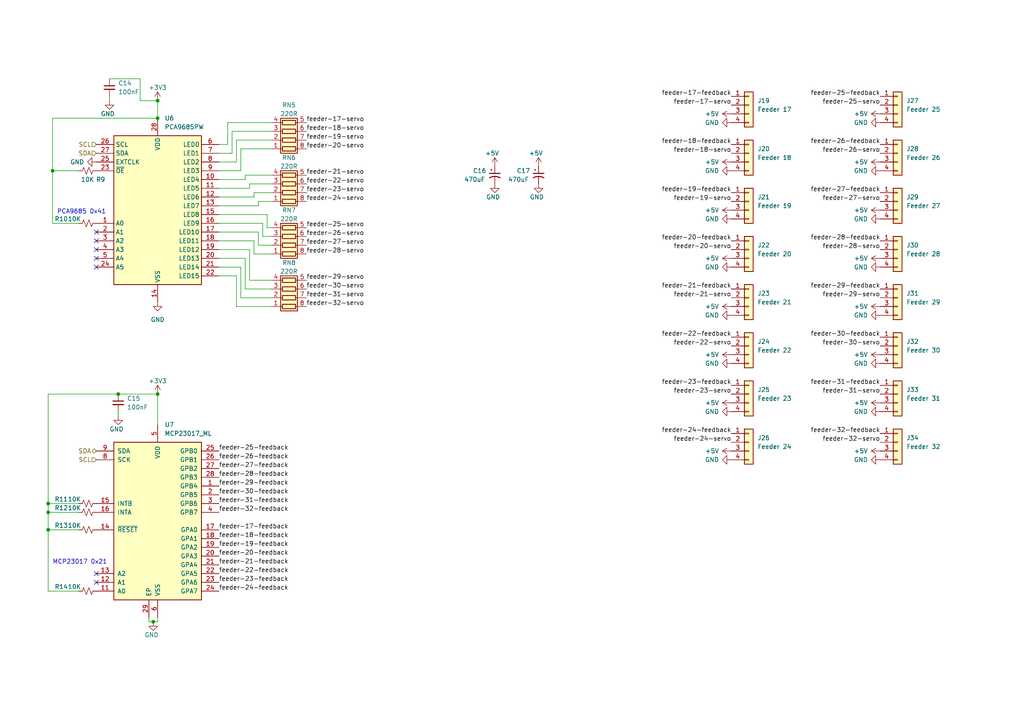
<source format=kicad_sch>
(kicad_sch (version 20211123) (generator eeschema)
  (paper "A4")
  (lib_symbols
    (symbol "Connector_Generic:Conn_01x04" (pin_names (offset 1.016) hide)
      (property "Reference" "J" (at 0 5.08 0))
      (property "Value" "Conn_01x04" (at 0 -7.62 0))
      (symbol "Conn_01x04_1_1"
        (rectangle (start -1.27 -4.953) (end 0 -5.207) (stroke (width 0.1524)))
        (rectangle (start -1.27 -2.413) (end 0 -2.667) (stroke (width 0.1524)))
        (rectangle (start -1.27 0.127) (end 0 -0.127) (stroke (width 0.1524)))
        (rectangle (start -1.27 2.667) (end 0 2.413) (stroke (width 0.1524)))
        (rectangle (start -1.27 3.81) (end 1.27 -6.35) (stroke (width 0.254)) (fill (type background)))
        (pin passive line (at -5.08 2.54 0) (length 3.81) (name "Pin_1") (number "1"))
        (pin passive line (at -5.08 0 0) (length 3.81) (name "Pin_2") (number "2"))
        (pin passive line (at -5.08 -2.54 0) (length 3.81) (name "Pin_3") (number "3"))
        (pin passive line (at -5.08 -5.08 0) (length 3.81) (name "Pin_4") (number "4"))
      )
    )
    (symbol "Device:C_Polarized_Small_US" (pin_numbers hide) (pin_names (offset 0.254) hide)
      (property "Reference" "C" (at 0.254 1.778 0))
      (property "Value" "C_Polarized_Small_US" (at 0.254 -2.032 0))
      (symbol "C_Polarized_Small_US_0_1"
        (polyline (pts (xy -1.524 0.508) (xy 1.524 0.508)) (stroke (width 0.3048)))
        (polyline (pts (xy -1.27 1.524) (xy -0.762 1.524)))
        (polyline (pts (xy -1.016 1.27) (xy -1.016 1.778)))
        (arc (start 1.524 -0.762) (mid 0 -0.3734) (end -1.524 -0.762) (stroke (width 0.3048)))
      )
      (symbol "C_Polarized_Small_US_1_1"
        (pin passive line (at 0 2.54 270) (length 2.032) (name "~") (number "1"))
        (pin passive line (at 0 -2.54 90) (length 2.032) (name "~") (number "2"))
      )
    )
    (symbol "Device:C_Small" (pin_numbers hide) (pin_names (offset 0.254) hide)
      (property "Reference" "C" (at 0.254 1.778 0))
      (property "Value" "C_Small" (at 0.254 -2.032 0))
      (symbol "C_Small_0_1"
        (polyline (pts (xy -1.524 -0.508) (xy 1.524 -0.508)) (stroke (width 0.3302)))
        (polyline (pts (xy -1.524 0.508) (xy 1.524 0.508)) (stroke (width 0.3048)))
      )
      (symbol "C_Small_1_1"
        (pin passive line (at 0 2.54 270) (length 2.032) (name "~") (number "1"))
        (pin passive line (at 0 -2.54 90) (length 2.032) (name "~") (number "2"))
      )
    )
    (symbol "Device:R_Pack04" (pin_names (offset 0) hide)
      (property "Reference" "RN" (at -7.62 0 90))
      (property "Value" "R_Pack04" (at 5.08 0 90))
      (symbol "R_Pack04_0_1"
        (rectangle (start -6.35 -2.413) (end 3.81 2.413) (stroke (width 0.254)) (fill (type background)))
        (rectangle (start -5.715 1.905) (end -4.445 -1.905) (stroke (width 0.254)))
        (rectangle (start -3.175 1.905) (end -1.905 -1.905) (stroke (width 0.254)))
        (rectangle (start -0.635 1.905) (end 0.635 -1.905) (stroke (width 0.254)))
        (polyline (pts (xy -5.08 -2.54) (xy -5.08 -1.905)))
        (polyline (pts (xy -5.08 1.905) (xy -5.08 2.54)))
        (polyline (pts (xy -2.54 -2.54) (xy -2.54 -1.905)))
        (polyline (pts (xy -2.54 1.905) (xy -2.54 2.54)))
        (polyline (pts (xy 0 -2.54) (xy 0 -1.905)))
        (polyline (pts (xy 0 1.905) (xy 0 2.54)))
        (polyline (pts (xy 2.54 -2.54) (xy 2.54 -1.905)))
        (polyline (pts (xy 2.54 1.905) (xy 2.54 2.54)))
        (rectangle (start 1.905 1.905) (end 3.175 -1.905) (stroke (width 0.254)))
      )
      (symbol "R_Pack04_1_1"
        (pin passive line (at -5.08 -5.08 90) (length 2.54) (name "R1.1") (number "1"))
        (pin passive line (at -2.54 -5.08 90) (length 2.54) (name "R2.1") (number "2"))
        (pin passive line (at 0 -5.08 90) (length 2.54) (name "R3.1") (number "3"))
        (pin passive line (at 2.54 -5.08 90) (length 2.54) (name "R4.1") (number "4"))
        (pin passive line (at 2.54 5.08 270) (length 2.54) (name "R4.2") (number "5"))
        (pin passive line (at 0 5.08 270) (length 2.54) (name "R3.2") (number "6"))
        (pin passive line (at -2.54 5.08 270) (length 2.54) (name "R2.2") (number "7"))
        (pin passive line (at -5.08 5.08 270) (length 2.54) (name "R1.2") (number "8"))
      )
    )
    (symbol "Device:R_Small_US" (pin_numbers hide) (pin_names (offset 0.254) hide)
      (property "Reference" "R" (at 0.762 0.508 0))
      (property "Value" "R_Small_US" (at 0.762 -1.016 0))
      (symbol "R_Small_US_1_1"
        (polyline (pts (xy 0 0) (xy 1.016 -0.381) (xy 0 -0.762) (xy -1.016 -1.143) (xy 0 -1.524)))
        (polyline (pts (xy 0 1.524) (xy 1.016 1.143) (xy 0 0.762) (xy -1.016 0.381) (xy 0 0)))
        (pin passive line (at 0 2.54 270) (length 1.016) (name "~") (number "1"))
        (pin passive line (at 0 -2.54 90) (length 1.016) (name "~") (number "2"))
      )
    )
    (symbol "Driver_LED:PCA9685PW"
      (property "Reference" "U" (at -12.7 22.225 0))
      (property "Value" "PCA9685PW" (at 1.27 22.225 0))
      (symbol "PCA9685PW_0_1"
        (rectangle (start -12.7 20.32) (end 12.7 -22.86) (stroke (width 0.254)) (fill (type background)))
      )
      (symbol "PCA9685PW_1_1"
        (pin input line (at -17.78 -5.08 0) (length 5.08) (name "A0") (number "1"))
        (pin output line (at 17.78 7.62 180) (length 5.08) (name "LED4") (number "10"))
        (pin output line (at 17.78 5.08 180) (length 5.08) (name "LED5") (number "11"))
        (pin output line (at 17.78 2.54 180) (length 5.08) (name "LED6") (number "12"))
        (pin output line (at 17.78 0 180) (length 5.08) (name "LED7") (number "13"))
        (pin power_in line (at 0 -27.94 90) (length 5.08) (name "VSS") (number "14"))
        (pin output line (at 17.78 -2.54 180) (length 5.08) (name "LED8") (number "15"))
        (pin output line (at 17.78 -5.08 180) (length 5.08) (name "LED9") (number "16"))
        (pin output line (at 17.78 -7.62 180) (length 5.08) (name "LED10") (number "17"))
        (pin output line (at 17.78 -10.16 180) (length 5.08) (name "LED11") (number "18"))
        (pin output line (at 17.78 -12.7 180) (length 5.08) (name "LED12") (number "19"))
        (pin input line (at -17.78 -7.62 0) (length 5.08) (name "A1") (number "2"))
        (pin output line (at 17.78 -15.24 180) (length 5.08) (name "LED13") (number "20"))
        (pin output line (at 17.78 -17.78 180) (length 5.08) (name "LED14") (number "21"))
        (pin output line (at 17.78 -20.32 180) (length 5.08) (name "LED15") (number "22"))
        (pin input line (at -17.78 10.16 0) (length 5.08) (name "~{OE}") (number "23"))
        (pin input line (at -17.78 -17.78 0) (length 5.08) (name "A5") (number "24"))
        (pin input line (at -17.78 12.7 0) (length 5.08) (name "EXTCLK") (number "25"))
        (pin input line (at -17.78 17.78 0) (length 5.08) (name "SCL") (number "26"))
        (pin bidirectional line (at -17.78 15.24 0) (length 5.08) (name "SDA") (number "27"))
        (pin power_in line (at 0 25.4 270) (length 5.08) (name "VDD") (number "28"))
        (pin input line (at -17.78 -10.16 0) (length 5.08) (name "A2") (number "3"))
        (pin input line (at -17.78 -12.7 0) (length 5.08) (name "A3") (number "4"))
        (pin input line (at -17.78 -15.24 0) (length 5.08) (name "A4") (number "5"))
        (pin output line (at 17.78 17.78 180) (length 5.08) (name "LED0") (number "6"))
        (pin output line (at 17.78 15.24 180) (length 5.08) (name "LED1") (number "7"))
        (pin output line (at 17.78 12.7 180) (length 5.08) (name "LED2") (number "8"))
        (pin output line (at 17.78 10.16 180) (length 5.08) (name "LED3") (number "9"))
      )
    )
    (symbol "Interface_Expansion:MCP23017_ML" (pin_names (offset 1.016))
      (property "Reference" "U" (at -11.43 24.13 0))
      (property "Value" "MCP23017_ML" (at 0 0 0))
      (symbol "MCP23017_ML_0_1"
        (rectangle (start -12.7 22.86) (end 12.7 -22.86) (stroke (width 0.254)) (fill (type background)))
      )
      (symbol "MCP23017_ML_1_1"
        (pin bidirectional line (at 17.78 10.16 180) (length 5.08) (name "GPB4") (number "1"))
        (pin no_connect line (at -12.7 12.7 0) (length 5.08) hide (name "NC") (number "10"))
        (pin input line (at -17.78 -20.32 0) (length 5.08) (name "A0") (number "11"))
        (pin input line (at -17.78 -17.78 0) (length 5.08) (name "A1") (number "12"))
        (pin input line (at -17.78 -15.24 0) (length 5.08) (name "A2") (number "13"))
        (pin input line (at -17.78 -2.54 0) (length 5.08) (name "~{RESET}") (number "14"))
        (pin tri_state line (at -17.78 5.08 0) (length 5.08) (name "INTB") (number "15"))
        (pin tri_state line (at -17.78 2.54 0) (length 5.08) (name "INTA") (number "16"))
        (pin bidirectional line (at 17.78 -2.54 180) (length 5.08) (name "GPA0") (number "17"))
        (pin bidirectional line (at 17.78 -5.08 180) (length 5.08) (name "GPA1") (number "18"))
        (pin bidirectional line (at 17.78 -7.62 180) (length 5.08) (name "GPA2") (number "19"))
        (pin bidirectional line (at 17.78 7.62 180) (length 5.08) (name "GPB5") (number "2"))
        (pin bidirectional line (at 17.78 -10.16 180) (length 5.08) (name "GPA3") (number "20"))
        (pin bidirectional line (at 17.78 -12.7 180) (length 5.08) (name "GPA4") (number "21"))
        (pin bidirectional line (at 17.78 -15.24 180) (length 5.08) (name "GPA5") (number "22"))
        (pin bidirectional line (at 17.78 -17.78 180) (length 5.08) (name "GPA6") (number "23"))
        (pin bidirectional line (at 17.78 -20.32 180) (length 5.08) (name "GPA7") (number "24"))
        (pin bidirectional line (at 17.78 20.32 180) (length 5.08) (name "GPB0") (number "25"))
        (pin bidirectional line (at 17.78 17.78 180) (length 5.08) (name "GPB1") (number "26"))
        (pin bidirectional line (at 17.78 15.24 180) (length 5.08) (name "GPB2") (number "27"))
        (pin bidirectional line (at 17.78 12.7 180) (length 5.08) (name "GPB3") (number "28"))
        (pin passive line (at -2.54 -27.94 90) (length 5.08) (name "EP") (number "29"))
        (pin bidirectional line (at 17.78 5.08 180) (length 5.08) (name "GPB6") (number "3"))
        (pin bidirectional line (at 17.78 2.54 180) (length 5.08) (name "GPB7") (number "4"))
        (pin power_in line (at 0 27.94 270) (length 5.08) (name "VDD") (number "5"))
        (pin power_in line (at 0 -27.94 90) (length 5.08) (name "VSS") (number "6"))
        (pin no_connect line (at -12.7 15.24 0) (length 5.08) hide (name "NC") (number "7"))
        (pin input line (at -17.78 17.78 0) (length 5.08) (name "SCK") (number "8"))
        (pin bidirectional line (at -17.78 20.32 0) (length 5.08) (name "SDA") (number "9"))
      )
    )
    (symbol "power:+3V3" (power) (pin_names (offset 0))
      (property "Value" "+3V3" (at 0 3.556 0))
      (symbol "+3V3_0_1"
        (polyline (pts (xy -0.762 1.27) (xy 0 2.54)))
        (polyline (pts (xy 0 0) (xy 0 2.54)))
        (polyline (pts (xy 0 2.54) (xy 0.762 1.27)))
      )
      (symbol "+3V3_1_1"
        (pin power_in line (at 0 0 90) (length 0) hide (name "+3V3") (number "1"))
      )
    )
    (symbol "power:+5V" (power) (pin_names (offset 0))
      (property "Value" "+5V" (at 0 3.556 0))
      (symbol "+5V_0_1"
        (polyline (pts (xy -0.762 1.27) (xy 0 2.54)))
        (polyline (pts (xy 0 0) (xy 0 2.54)))
        (polyline (pts (xy 0 2.54) (xy 0.762 1.27)))
      )
      (symbol "+5V_1_1"
        (pin power_in line (at 0 0 90) (length 0) hide (name "+5V") (number "1"))
      )
    )
    (symbol "power:GND" (power) (pin_names (offset 0))
      (property "Value" "GND" (at 0 -3.81 0))
      (symbol "GND_0_1"
        (polyline (pts (xy 0 0) (xy 0 -1.27) (xy 1.27 -1.27) (xy 0 -2.54) (xy -1.27 -1.27) (xy 0 -1.27)))
      )
      (symbol "GND_1_1"
        (pin power_in line (at 0 0 270) (length 0) hide (name "GND") (number "1"))
      )
    )
  )
  (junction (at 45.72 34.29))
  (junction (at 45.72 29.21))
  (junction (at 13.97 148.59))
  (junction (at 45.72 114.3))
  (junction (at 15.24 49.53))
  (junction (at 13.97 153.67))
  (junction (at 34.29 114.3))
  (junction (at 44.45 180.34))
  (junction (at 13.97 146.05))
  (no_connect (at 27.94 168.91))
  (no_connect (at 27.94 77.47))
  (no_connect (at 27.94 72.39))
  (no_connect (at 27.94 67.31))
  (no_connect (at 27.94 74.93))
  (no_connect (at 27.94 69.85))
  (no_connect (at 27.94 166.37))
  (wire (pts (xy 45.72 180.34) (xy 44.45 180.34)))
  (wire (pts (xy 22.86 49.53) (xy 15.24 49.53)))
  (wire (pts (xy 66.04 41.91) (xy 66.04 35.56)))
  (wire (pts (xy 73.66 55.88) (xy 78.74 55.88)))
  (wire (pts (xy 74.93 71.12) (xy 78.74 71.12)))
  (wire (pts (xy 74.93 58.42) (xy 74.93 59.69)))
  (wire (pts (xy 34.29 114.3) (xy 13.97 114.3)))
  (wire (pts (xy 71.12 74.93) (xy 63.5 74.93)))
  (wire (pts (xy 45.72 114.3) (xy 45.72 123.19)))
  (wire (pts (xy 78.74 53.34) (xy 72.39 53.34)))
  (wire (pts (xy 71.12 50.8) (xy 78.74 50.8)))
  (wire (pts (xy 63.5 57.15) (xy 73.66 57.15)))
  (wire (pts (xy 78.74 88.9) (xy 68.58 88.9)))
  (wire (pts (xy 78.74 83.82) (xy 71.12 83.82)))
  (wire (pts (xy 78.74 38.1) (xy 67.31 38.1)))
  (wire (pts (xy 67.31 38.1) (xy 67.31 44.45)))
  (wire (pts (xy 69.85 77.47) (xy 69.85 86.36)))
  (wire (pts (xy 72.39 81.28) (xy 78.74 81.28)))
  (wire (pts (xy 13.97 153.67) (xy 13.97 171.45)))
  (wire (pts (xy 40.64 29.21) (xy 45.72 29.21)))
  (wire (pts (xy 45.72 34.29) (xy 15.24 34.29)))
  (wire (pts (xy 63.5 67.31) (xy 74.93 67.31)))
  (wire (pts (xy 13.97 146.05) (xy 13.97 148.59)))
  (wire (pts (xy 73.66 69.85) (xy 73.66 73.66)))
  (wire (pts (xy 45.72 29.21) (xy 45.72 34.29)))
  (wire (pts (xy 13.97 146.05) (xy 22.86 146.05)))
  (wire (pts (xy 13.97 148.59) (xy 22.86 148.59)))
  (wire (pts (xy 71.12 52.07) (xy 71.12 50.8)))
  (wire (pts (xy 73.66 57.15) (xy 73.66 55.88)))
  (wire (pts (xy 66.04 35.56) (xy 78.74 35.56)))
  (wire (pts (xy 63.5 52.07) (xy 71.12 52.07)))
  (wire (pts (xy 63.5 72.39) (xy 72.39 72.39)))
  (wire (pts (xy 74.93 59.69) (xy 63.5 59.69)))
  (wire (pts (xy 78.74 68.58) (xy 76.2 68.58)))
  (wire (pts (xy 77.47 62.23) (xy 77.47 66.04)))
  (wire (pts (xy 72.39 53.34) (xy 72.39 54.61)))
  (wire (pts (xy 15.24 49.53) (xy 15.24 64.77)))
  (wire (pts (xy 68.58 88.9) (xy 68.58 80.01)))
  (wire (pts (xy 72.39 72.39) (xy 72.39 81.28)))
  (wire (pts (xy 76.2 68.58) (xy 76.2 64.77)))
  (wire (pts (xy 31.75 29.21) (xy 31.75 27.94)))
  (wire (pts (xy 34.29 120.65) (xy 34.29 119.38)))
  (wire (pts (xy 45.72 179.07) (xy 45.72 180.34)))
  (wire (pts (xy 78.74 43.18) (xy 69.85 43.18)))
  (wire (pts (xy 63.5 46.99) (xy 68.58 46.99)))
  (wire (pts (xy 63.5 62.23) (xy 77.47 62.23)))
  (wire (pts (xy 40.64 22.86) (xy 40.64 29.21)))
  (wire (pts (xy 13.97 114.3) (xy 13.97 146.05)))
  (wire (pts (xy 69.85 43.18) (xy 69.85 49.53)))
  (wire (pts (xy 73.66 73.66) (xy 78.74 73.66)))
  (wire (pts (xy 68.58 40.64) (xy 78.74 40.64)))
  (wire (pts (xy 63.5 49.53) (xy 69.85 49.53)))
  (wire (pts (xy 13.97 153.67) (xy 22.86 153.67)))
  (wire (pts (xy 13.97 148.59) (xy 13.97 153.67)))
  (wire (pts (xy 74.93 67.31) (xy 74.93 71.12)))
  (wire (pts (xy 76.2 64.77) (xy 63.5 64.77)))
  (wire (pts (xy 72.39 54.61) (xy 63.5 54.61)))
  (wire (pts (xy 43.18 180.34) (xy 43.18 179.07)))
  (wire (pts (xy 15.24 64.77) (xy 22.86 64.77)))
  (wire (pts (xy 71.12 83.82) (xy 71.12 74.93)))
  (wire (pts (xy 44.45 180.34) (xy 43.18 180.34)))
  (wire (pts (xy 34.29 114.3) (xy 45.72 114.3)))
  (wire (pts (xy 68.58 80.01) (xy 63.5 80.01)))
  (wire (pts (xy 78.74 58.42) (xy 74.93 58.42)))
  (wire (pts (xy 69.85 86.36) (xy 78.74 86.36)))
  (wire (pts (xy 77.47 66.04) (xy 78.74 66.04)))
  (wire (pts (xy 63.5 69.85) (xy 73.66 69.85)))
  (wire (pts (xy 67.31 44.45) (xy 63.5 44.45)))
  (wire (pts (xy 68.58 46.99) (xy 68.58 40.64)))
  (wire (pts (xy 63.5 41.91) (xy 66.04 41.91)))
  (wire (pts (xy 31.75 22.86) (xy 40.64 22.86)))
  (wire (pts (xy 63.5 77.47) (xy 69.85 77.47)))
  (wire (pts (xy 15.24 34.29) (xy 15.24 49.53)))
  (wire (pts (xy 22.86 171.45) (xy 13.97 171.45)))
  (text "MCP23017 0x21" (at 15.24 163.83 0) (effects (font (size 1.27 1.27)) (justify left bottom)))
  (text "PCA9685 0x41" (at 16.51 62.23 0) (effects (font (size 1.27 1.27)) (justify left bottom)))
  (label "feeder-27-feedback" (at 63.5 135.89 0))
  (label "feeder-25-feedback" (at 63.5 130.81 0))
  (label "feeder-27-feedback" (at 255.27 55.88 180))
  (label "feeder-22-servo" (at 212.09 100.33 180))
  (label "feeder-24-feedback" (at 212.09 125.73 180))
  (label "feeder-22-feedback" (at 63.5 166.37 0))
  (label "feeder-17-feedback" (at 63.5 153.67 0))
  (label "feeder-23-feedback" (at 212.09 111.76 180))
  (label "feeder-17-servo" (at 88.9 35.56 0))
  (label "feeder-32-feedback" (at 63.5 148.59 0))
  (label "feeder-30-servo" (at 255.27 100.33 180))
  (label "feeder-30-feedback" (at 255.27 97.79 180))
  (label "feeder-18-feedback" (at 63.5 156.21 0))
  (label "feeder-21-servo" (at 212.09 86.36 180))
  (label "feeder-26-servo" (at 255.27 44.45 180))
  (label "feeder-19-feedback" (at 63.5 158.75 0))
  (label "feeder-29-servo" (at 88.9 81.28 0))
  (label "feeder-17-feedback" (at 212.09 27.94 180))
  (label "feeder-30-servo" (at 88.9 83.82 0))
  (label "feeder-18-feedback" (at 212.09 41.91 180))
  (label "feeder-32-servo" (at 88.9 88.9 0))
  (label "feeder-29-feedback" (at 255.27 83.82 180))
  (label "feeder-18-servo" (at 88.9 38.1 0))
  (label "feeder-30-feedback" (at 63.5 143.51 0))
  (label "feeder-19-servo" (at 88.9 40.64 0))
  (label "feeder-24-servo" (at 212.09 128.27 180))
  (label "feeder-22-feedback" (at 212.09 97.79 180))
  (label "feeder-31-servo" (at 255.27 114.3 180))
  (label "feeder-27-servo" (at 88.9 71.12 0))
  (label "feeder-20-feedback" (at 63.5 161.29 0))
  (label "feeder-32-feedback" (at 255.27 125.73 180))
  (label "feeder-25-feedback" (at 255.27 27.94 180))
  (label "feeder-23-servo" (at 88.9 55.88 0))
  (label "feeder-28-servo" (at 255.27 72.39 180))
  (label "feeder-20-servo" (at 88.9 43.18 0))
  (label "feeder-17-servo" (at 212.09 30.48 180))
  (label "feeder-21-feedback" (at 212.09 83.82 180))
  (label "feeder-32-servo" (at 255.27 128.27 180))
  (label "feeder-20-feedback" (at 212.09 69.85 180))
  (label "feeder-21-feedback" (at 63.5 163.83 0))
  (label "feeder-27-servo" (at 255.27 58.42 180))
  (label "feeder-31-feedback" (at 255.27 111.76 180))
  (label "feeder-26-feedback" (at 63.5 133.35 0))
  (label "feeder-24-servo" (at 88.9 58.42 0))
  (label "feeder-31-feedback" (at 63.5 146.05 0))
  (label "feeder-25-servo" (at 255.27 30.48 180))
  (label "feeder-23-feedback" (at 63.5 168.91 0))
  (label "feeder-29-feedback" (at 63.5 140.97 0))
  (label "feeder-26-feedback" (at 255.27 41.91 180))
  (label "feeder-18-servo" (at 212.09 44.45 180))
  (label "feeder-28-feedback" (at 255.27 69.85 180))
  (label "feeder-20-servo" (at 212.09 72.39 180))
  (label "feeder-26-servo" (at 88.9 68.58 0))
  (label "feeder-28-feedback" (at 63.5 138.43 0))
  (label "feeder-22-servo" (at 88.9 53.34 0))
  (label "feeder-23-servo" (at 212.09 114.3 180))
  (label "feeder-21-servo" (at 88.9 50.8 0))
  (label "feeder-19-servo" (at 212.09 58.42 180))
  (label "feeder-31-servo" (at 88.9 86.36 0))
  (label "feeder-29-servo" (at 255.27 86.36 180))
  (label "feeder-28-servo" (at 88.9 73.66 0))
  (label "feeder-19-feedback" (at 212.09 55.88 180))
  (label "feeder-25-servo" (at 88.9 66.04 0))
  (label "feeder-24-feedback" (at 63.5 171.45 0))
  (hierarchical_label "SDA" (shape bidirectional) (at 27.94 130.81 180))
  (hierarchical_label "SCL" (shape input) (at 27.94 41.91 180))
  (hierarchical_label "SDA" (shape input) (at 27.94 44.45 180))
  (hierarchical_label "SCL" (shape input) (at 27.94 133.35 180))
  (symbol (lib_id "Connector_Generic:Conn_01x04") (at 260.35 30.48 0) (unit 1)
    (property "Reference" "J27" (at 262.89 29.2099 0) (effects (justify left)))
    (property "Value" "Feeder 25" (at 262.89 31.7499 0) (effects (justify left)))
    (property "Footprint" "Connector_PinHeader_2.54mm:PinHeader_1x04_P2.54mm_Vertical" (effects hide))
  )
  (symbol (lib_id "Connector_Generic:Conn_01x04") (at 217.17 128.27 0) (unit 1)
    (property "Reference" "J26" (at 219.71 126.9999 0) (effects (justify left)))
    (property "Value" "Feeder 24" (at 219.71 129.5399 0) (effects (justify left)))
    (property "Footprint" "Connector_PinHeader_2.54mm:PinHeader_1x04_P2.54mm_Vertical" (effects hide))
  )
  (symbol (lib_id "power:GND") (at 255.27 119.38 270) (unit 1)
    (property "Reference" "#PWR0100" (effects hide))
    (property "Value" "GND" (at 247.65 119.38 90) (effects (justify left)))
  )
  (symbol (lib_id "Connector_Generic:Conn_01x04") (at 260.35 128.27 0) (unit 1)
    (property "Reference" "J34" (at 262.89 126.9999 0) (effects (justify left)))
    (property "Value" "Feeder 32" (at 262.89 129.5399 0) (effects (justify left)))
    (property "Footprint" "Connector_PinHeader_2.54mm:PinHeader_1x04_P2.54mm_Vertical" (effects hide))
  )
  (symbol (lib_id "Device:R_Small_US") (at 25.4 148.59 90) (unit 1)
    (property "Reference" "R12" (at 17.78 147.32 90))
    (property "Value" "10K" (at 21.59 147.32 90))
    (property "Footprint" "Resistor_SMD:R_0603_1608Metric_Pad0.98x0.95mm_HandSolder" (effects hide))
    (property "Mouser" "279-CRGCQ0603F10K" (effects hide))
    (property "LCSC" "C98220" (effects hide))
  )
  (symbol (lib_id "Device:R_Pack04") (at 83.82 53.34 270) (mirror x) (unit 1)
    (property "Reference" "RN6" (at 83.82 45.72 90))
    (property "Value" "220R" (at 83.82 48.26 90))
    (property "Footprint" "Resistor_SMD:R_Array_Concave_4x0402" (effects hide))
  )
  (symbol (lib_id "power:GND") (at 212.09 49.53 270) (unit 1)
    (property "Reference" "#PWR074" (effects hide))
    (property "Value" "GND" (at 204.47 49.53 90) (effects (justify left)))
  )
  (symbol (lib_id "power:GND") (at 255.27 49.53 270) (unit 1)
    (property "Reference" "#PWR090" (effects hide))
    (property "Value" "GND" (at 247.65 49.53 90) (effects (justify left)))
  )
  (symbol (lib_id "power:GND") (at 255.27 35.56 270) (unit 1)
    (property "Reference" "#PWR088" (effects hide))
    (property "Value" "GND" (at 247.65 35.56 90) (effects (justify left)))
  )
  (symbol (lib_id "power:GND") (at 255.27 91.44 270) (unit 1)
    (property "Reference" "#PWR096" (effects hide))
    (property "Value" "GND" (at 247.65 91.44 90) (effects (justify left)))
  )
  (symbol (lib_id "Device:R_Pack04") (at 83.82 68.58 270) (mirror x) (unit 1)
    (property "Reference" "RN7" (at 83.82 60.96 90))
    (property "Value" "220R" (at 83.82 63.5 90))
    (property "Footprint" "Resistor_SMD:R_Array_Concave_4x0402" (effects hide))
  )
  (symbol (lib_id "Device:R_Small_US") (at 25.4 153.67 90) (unit 1)
    (property "Reference" "R13" (at 17.78 152.4 90))
    (property "Value" "10K" (at 21.59 152.4 90))
    (property "Footprint" "Resistor_SMD:R_0603_1608Metric_Pad0.98x0.95mm_HandSolder" (effects hide))
    (property "Mouser" "279-CRGCQ0603F10K" (effects hide))
    (property "LCSC" "C98220" (effects hide))
  )
  (symbol (lib_id "Connector_Generic:Conn_01x04") (at 260.35 86.36 0) (unit 1)
    (property "Reference" "J31" (at 262.89 85.0899 0) (effects (justify left)))
    (property "Value" "Feeder 29" (at 262.89 87.6299 0) (effects (justify left)))
    (property "Footprint" "Connector_PinHeader_2.54mm:PinHeader_1x04_P2.54mm_Vertical" (effects hide))
  )
  (symbol (lib_id "power:GND") (at 34.29 120.65 0) (unit 1)
    (property "Reference" "#PWR062" (effects hide))
    (property "Value" "GND" (at 31.75 124.46 0) (effects (justify left)))
  )
  (symbol (lib_id "power:GND") (at 143.51 53.34 0) (unit 1)
    (property "Reference" "#PWR068" (effects hide))
    (property "Value" "GND" (at 140.97 57.15 0) (effects (justify left)))
  )
  (symbol (lib_id "Device:R_Small_US") (at 25.4 64.77 90) (unit 1)
    (property "Reference" "R10" (at 17.78 63.5 90))
    (property "Value" "10K" (at 21.59 63.5 90))
    (property "Footprint" "Resistor_SMD:R_0603_1608Metric_Pad0.98x0.95mm_HandSolder" (effects hide))
    (property "Mouser" "279-CRGCQ0603F10K" (effects hide))
    (property "LCSC" "C98220" (effects hide))
  )
  (symbol (lib_id "power:+5V") (at 255.27 130.81 90) (unit 1)
    (property "Reference" "#PWR0101" (effects hide))
    (property "Value" "+5V" (at 247.65 130.81 90) (effects (justify right)))
  )
  (symbol (lib_id "power:+5V") (at 255.27 102.87 90) (unit 1)
    (property "Reference" "#PWR097" (effects hide))
    (property "Value" "+5V" (at 247.65 102.87 90) (effects (justify right)))
  )
  (symbol (lib_id "power:+5V") (at 212.09 130.81 90) (unit 1)
    (property "Reference" "#PWR085" (effects hide))
    (property "Value" "+5V" (at 204.47 130.81 90) (effects (justify right)))
  )
  (symbol (lib_id "power:+5V") (at 255.27 33.02 90) (unit 1)
    (property "Reference" "#PWR087" (effects hide))
    (property "Value" "+5V" (at 247.65 33.02 90) (effects (justify right)))
  )
  (symbol (lib_id "Device:R_Small_US") (at 25.4 146.05 90) (unit 1)
    (property "Reference" "R11" (at 17.78 144.78 90))
    (property "Value" "10K" (at 21.59 144.78 90))
    (property "Footprint" "Resistor_SMD:R_0603_1608Metric_Pad0.98x0.95mm_HandSolder" (effects hide))
    (property "Mouser" "279-CRGCQ0603F10K" (effects hide))
    (property "LCSC" "C98220" (effects hide))
  )
  (symbol (lib_id "power:+5V") (at 212.09 74.93 90) (unit 1)
    (property "Reference" "#PWR077" (effects hide))
    (property "Value" "+5V" (at 204.47 74.93 90) (effects (justify right)))
  )
  (symbol (lib_id "power:+3V3") (at 45.72 29.21 0) (unit 1)
    (property "Reference" "#PWR064" (effects hide))
    (property "Value" "+3V3" (at 45.72 25.4 0))
  )
  (symbol (lib_id "power:GND") (at 255.27 133.35 270) (unit 1)
    (property "Reference" "#PWR0102" (effects hide))
    (property "Value" "GND" (at 247.65 133.35 90) (effects (justify left)))
  )
  (symbol (lib_id "power:+5V") (at 212.09 88.9 90) (unit 1)
    (property "Reference" "#PWR079" (effects hide))
    (property "Value" "+5V" (at 204.47 88.9 90) (effects (justify right)))
  )
  (symbol (lib_id "power:+5V") (at 255.27 88.9 90) (unit 1)
    (property "Reference" "#PWR095" (effects hide))
    (property "Value" "+5V" (at 247.65 88.9 90) (effects (justify right)))
  )
  (symbol (lib_id "Device:C_Polarized_Small_US") (at 143.51 50.8 0) (unit 1)
    (property "Reference" "C16" (at 137.16 49.53 0) (effects (justify left)))
    (property "Value" "470uF" (at 134.62 52.07 0) (effects (justify left)))
    (property "Footprint" "Capacitor_THT:CP_Radial_D8.0mm_P5.00mm" (effects hide))
  )
  (symbol (lib_id "Connector_Generic:Conn_01x04") (at 260.35 58.42 0) (unit 1)
    (property "Reference" "J29" (at 262.89 57.1499 0) (effects (justify left)))
    (property "Value" "Feeder 27" (at 262.89 59.6899 0) (effects (justify left)))
    (property "Footprint" "Connector_PinHeader_2.54mm:PinHeader_1x04_P2.54mm_Vertical" (effects hide))
  )
  (symbol (lib_id "Connector_Generic:Conn_01x04") (at 217.17 86.36 0) (unit 1)
    (property "Reference" "J23" (at 219.71 85.0899 0) (effects (justify left)))
    (property "Value" "Feeder 21" (at 219.71 87.6299 0) (effects (justify left)))
    (property "Footprint" "Connector_PinHeader_2.54mm:PinHeader_1x04_P2.54mm_Vertical" (effects hide))
  )
  (symbol (lib_id "Connector_Generic:Conn_01x04") (at 217.17 30.48 0) (unit 1)
    (property "Reference" "J19" (at 219.71 29.2099 0) (effects (justify left)))
    (property "Value" "Feeder 17" (at 219.71 31.7499 0) (effects (justify left)))
    (property "Footprint" "Connector_PinHeader_2.54mm:PinHeader_1x04_P2.54mm_Vertical" (effects hide))
  )
  (symbol (lib_id "Connector_Generic:Conn_01x04") (at 217.17 58.42 0) (unit 1)
    (property "Reference" "J21" (at 219.71 57.1499 0) (effects (justify left)))
    (property "Value" "Feeder 19" (at 219.71 59.6899 0) (effects (justify left)))
    (property "Footprint" "Connector_PinHeader_2.54mm:PinHeader_1x04_P2.54mm_Vertical" (effects hide))
  )
  (symbol (lib_id "Device:C_Small") (at 31.75 25.4 0) (unit 1)
    (property "Reference" "C14" (at 34.29 24.1362 0) (effects (justify left)))
    (property "Value" "100nF" (at 34.29 26.6762 0) (effects (justify left)))
    (property "Footprint" "Capacitor_SMD:C_0603_1608Metric_Pad1.08x0.95mm_HandSolder" (effects hide))
  )
  (symbol (lib_id "Device:C_Polarized_Small_US") (at 156.21 50.8 0) (unit 1)
    (property "Reference" "C17" (at 149.86 49.53 0) (effects (justify left)))
    (property "Value" "470uF" (at 147.32 52.07 0) (effects (justify left)))
    (property "Footprint" "Capacitor_THT:CP_Radial_D8.0mm_P5.00mm" (effects hide))
  )
  (symbol (lib_id "Connector_Generic:Conn_01x04") (at 260.35 100.33 0) (unit 1)
    (property "Reference" "J32" (at 262.89 99.0599 0) (effects (justify left)))
    (property "Value" "Feeder 30" (at 262.89 101.5999 0) (effects (justify left)))
    (property "Footprint" "Connector_PinHeader_2.54mm:PinHeader_1x04_P2.54mm_Vertical" (effects hide))
  )
  (symbol (lib_id "power:+5V") (at 255.27 60.96 90) (unit 1)
    (property "Reference" "#PWR091" (effects hide))
    (property "Value" "+5V" (at 247.65 60.96 90) (effects (justify right)))
  )
  (symbol (lib_id "Interface_Expansion:MCP23017_ML") (at 45.72 151.13 0) (unit 1)
    (property "Reference" "U7" (at 47.7394 123.19 0) (effects (justify left)))
    (property "Value" "MCP23017_ML" (at 47.7394 125.73 0) (effects (justify left)))
    (property "Footprint" "Package_DFN_QFN:QFN-28-1EP_6x6mm_P0.65mm_EP4.25x4.25mm_ThermalVias" (effects hide))
    (property "Datasheet" "http://ww1.microchip.com/downloads/en/DeviceDoc/20001952C.pdf" (effects hide))
  )
  (symbol (lib_id "Connector_Generic:Conn_01x04") (at 260.35 114.3 0) (unit 1)
    (property "Reference" "J33" (at 262.89 113.0299 0) (effects (justify left)))
    (property "Value" "Feeder 31" (at 262.89 115.5699 0) (effects (justify left)))
    (property "Footprint" "Connector_PinHeader_2.54mm:PinHeader_1x04_P2.54mm_Vertical" (effects hide))
  )
  (symbol (lib_id "power:+5V") (at 156.21 48.26 0) (unit 1)
    (property "Reference" "#PWR069" (effects hide))
    (property "Value" "+5V" (at 157.48 44.45 0) (effects (justify right)))
  )
  (symbol (lib_id "power:GND") (at 255.27 105.41 270) (unit 1)
    (property "Reference" "#PWR098" (effects hide))
    (property "Value" "GND" (at 247.65 105.41 90) (effects (justify left)))
  )
  (symbol (lib_id "Connector_Generic:Conn_01x04") (at 217.17 44.45 0) (unit 1)
    (property "Reference" "J20" (at 219.71 43.1799 0) (effects (justify left)))
    (property "Value" "Feeder 18" (at 219.71 45.7199 0) (effects (justify left)))
    (property "Footprint" "Connector_PinHeader_2.54mm:PinHeader_1x04_P2.54mm_Vertical" (effects hide))
  )
  (symbol (lib_id "power:+5V") (at 255.27 46.99 90) (unit 1)
    (property "Reference" "#PWR089" (effects hide))
    (property "Value" "+5V" (at 247.65 46.99 90) (effects (justify right)))
  )
  (symbol (lib_id "Connector_Generic:Conn_01x04") (at 217.17 114.3 0) (unit 1)
    (property "Reference" "J25" (at 219.71 113.0299 0) (effects (justify left)))
    (property "Value" "Feeder 23" (at 219.71 115.5699 0) (effects (justify left)))
    (property "Footprint" "Connector_PinHeader_2.54mm:PinHeader_1x04_P2.54mm_Vertical" (effects hide))
  )
  (symbol (lib_id "power:GND") (at 27.94 46.99 270) (unit 1)
    (property "Reference" "#PWR060" (effects hide))
    (property "Value" "GND" (at 20.32 46.99 90) (effects (justify left)))
  )
  (symbol (lib_id "power:GND") (at 212.09 119.38 270) (unit 1)
    (property "Reference" "#PWR084" (effects hide))
    (property "Value" "GND" (at 204.47 119.38 90) (effects (justify left)))
  )
  (symbol (lib_id "power:GND") (at 212.09 91.44 270) (unit 1)
    (property "Reference" "#PWR080" (effects hide))
    (property "Value" "GND" (at 204.47 91.44 90) (effects (justify left)))
  )
  (symbol (lib_id "power:+5V") (at 255.27 74.93 90) (unit 1)
    (property "Reference" "#PWR093" (effects hide))
    (property "Value" "+5V" (at 247.65 74.93 90) (effects (justify right)))
  )
  (symbol (lib_id "power:GND") (at 44.45 180.34 0) (unit 1)
    (property "Reference" "#PWR063" (effects hide))
    (property "Value" "GND" (at 41.91 184.15 0) (effects (justify left)))
  )
  (symbol (lib_id "power:GND") (at 212.09 63.5 270) (unit 1)
    (property "Reference" "#PWR076" (effects hide))
    (property "Value" "GND" (at 204.47 63.5 90) (effects (justify left)))
  )
  (symbol (lib_id "Connector_Generic:Conn_01x04") (at 217.17 100.33 0) (unit 1)
    (property "Reference" "J24" (at 219.71 99.0599 0) (effects (justify left)))
    (property "Value" "Feeder 22" (at 219.71 101.5999 0) (effects (justify left)))
    (property "Footprint" "Connector_PinHeader_2.54mm:PinHeader_1x04_P2.54mm_Vertical" (effects hide))
  )
  (symbol (lib_id "power:GND") (at 45.72 87.63 0) (unit 1)
    (property "Reference" "#PWR065" (effects hide))
    (property "Value" "GND" (at 45.72 92.71 0))
  )
  (symbol (lib_id "power:GND") (at 212.09 77.47 270) (unit 1)
    (property "Reference" "#PWR078" (effects hide))
    (property "Value" "GND" (at 204.47 77.47 90) (effects (justify left)))
  )
  (symbol (lib_id "Connector_Generic:Conn_01x04") (at 260.35 44.45 0) (unit 1)
    (property "Reference" "J28" (at 262.89 43.1799 0) (effects (justify left)))
    (property "Value" "Feeder 26" (at 262.89 45.7199 0) (effects (justify left)))
    (property "Footprint" "Connector_PinHeader_2.54mm:PinHeader_1x04_P2.54mm_Vertical" (effects hide))
  )
  (symbol (lib_id "power:+3V3") (at 45.72 114.3 0) (unit 1)
    (property "Reference" "#PWR066" (effects hide))
    (property "Value" "+3V3" (at 45.72 110.49 0))
  )
  (symbol (lib_id "power:+5V") (at 212.09 60.96 90) (unit 1)
    (property "Reference" "#PWR075" (effects hide))
    (property "Value" "+5V" (at 204.47 60.96 90) (effects (justify right)))
  )
  (symbol (lib_id "power:+5V") (at 212.09 46.99 90) (unit 1)
    (property "Reference" "#PWR073" (effects hide))
    (property "Value" "+5V" (at 204.47 46.99 90) (effects (justify right)))
  )
  (symbol (lib_id "Connector_Generic:Conn_01x04") (at 260.35 72.39 0) (unit 1)
    (property "Reference" "J30" (at 262.89 71.1199 0) (effects (justify left)))
    (property "Value" "Feeder 28" (at 262.89 73.6599 0) (effects (justify left)))
    (property "Footprint" "Connector_PinHeader_2.54mm:PinHeader_1x04_P2.54mm_Vertical" (effects hide))
  )
  (symbol (lib_id "power:+5V") (at 212.09 33.02 90) (unit 1)
    (property "Reference" "#PWR071" (effects hide))
    (property "Value" "+5V" (at 204.47 33.02 90) (effects (justify right)))
  )
  (symbol (lib_id "power:+5V") (at 143.51 48.26 0) (unit 1)
    (property "Reference" "#PWR067" (effects hide))
    (property "Value" "+5V" (at 144.78 44.45 0) (effects (justify right)))
  )
  (symbol (lib_id "power:GND") (at 212.09 35.56 270) (unit 1)
    (property "Reference" "#PWR072" (effects hide))
    (property "Value" "GND" (at 204.47 35.56 90) (effects (justify left)))
  )
  (symbol (lib_id "Device:R_Small_US") (at 25.4 49.53 90) (unit 1)
    (property "Reference" "R9" (at 29.21 52.07 90))
    (property "Value" "10K" (at 25.4 52.07 90))
    (property "Footprint" "Resistor_SMD:R_0603_1608Metric_Pad0.98x0.95mm_HandSolder" (effects hide))
    (property "Mouser" "279-CRGCQ0603F10K" (effects hide))
    (property "LCSC" "C98220" (effects hide))
  )
  (symbol (lib_id "power:GND") (at 156.21 53.34 0) (unit 1)
    (property "Reference" "#PWR070" (effects hide))
    (property "Value" "GND" (at 153.67 57.15 0) (effects (justify left)))
  )
  (symbol (lib_id "Device:R_Small_US") (at 25.4 171.45 90) (unit 1)
    (property "Reference" "R14" (at 17.78 170.18 90))
    (property "Value" "10K" (at 21.59 170.18 90))
    (property "Footprint" "Resistor_SMD:R_0603_1608Metric_Pad0.98x0.95mm_HandSolder" (effects hide))
    (property "Mouser" "279-CRGCQ0603F10K" (effects hide))
    (property "LCSC" "C98220" (effects hide))
  )
  (symbol (lib_id "power:GND") (at 255.27 63.5 270) (unit 1)
    (property "Reference" "#PWR092" (effects hide))
    (property "Value" "GND" (at 247.65 63.5 90) (effects (justify left)))
  )
  (symbol (lib_id "power:GND") (at 212.09 133.35 270) (unit 1)
    (property "Reference" "#PWR086" (effects hide))
    (property "Value" "GND" (at 204.47 133.35 90) (effects (justify left)))
  )
  (symbol (lib_id "Device:C_Small") (at 34.29 116.84 0) (unit 1)
    (property "Reference" "C15" (at 36.83 115.5762 0) (effects (justify left)))
    (property "Value" "100nF" (at 36.83 118.1162 0) (effects (justify left)))
    (property "Footprint" "Capacitor_SMD:C_0603_1608Metric_Pad1.08x0.95mm_HandSolder" (effects hide))
    (property "Mouser" "791-0603B822K250CT" (effects hide))
    (property "LCSC" "C113812" (effects hide))
  )
  (symbol (lib_id "Device:R_Pack04") (at 83.82 38.1 270) (mirror x) (unit 1)
    (property "Reference" "RN5" (at 83.82 30.48 90))
    (property "Value" "220R" (at 83.82 33.02 90))
    (property "Footprint" "Resistor_SMD:R_Array_Concave_4x0402" (effects hide))
  )
  (symbol (lib_id "Device:R_Pack04") (at 83.82 83.82 270) (mirror x) (unit 1)
    (property "Reference" "RN8" (at 83.82 76.2 90))
    (property "Value" "220R" (at 83.82 78.74 90))
    (property "Footprint" "Resistor_SMD:R_Array_Concave_4x0402" (effects hide))
  )
  (symbol (lib_id "power:+5V") (at 255.27 116.84 90) (unit 1)
    (property "Reference" "#PWR099" (effects hide))
    (property "Value" "+5V" (at 247.65 116.84 90) (effects (justify right)))
  )
  (symbol (lib_id "Driver_LED:PCA9685PW") (at 45.72 59.69 0) (unit 1)
    (property "Reference" "U6" (at 47.7394 34.29 0) (effects (justify left)))
    (property "Value" "PCA9685PW" (at 47.7394 36.83 0) (effects (justify left)))
    (property "Footprint" "Package_SO:TSSOP-28_4.4x9.7mm_P0.65mm" (effects hide))
    (property "Datasheet" "http://www.nxp.com/documents/data_sheet/PCA9685.pdf" (effects hide))
  )
  (symbol (lib_id "power:GND") (at 212.09 105.41 270) (unit 1)
    (property "Reference" "#PWR082" (effects hide))
    (property "Value" "GND" (at 204.47 105.41 90) (effects (justify left)))
  )
  (symbol (lib_id "Connector_Generic:Conn_01x04") (at 217.17 72.39 0) (unit 1)
    (property "Reference" "J22" (at 219.71 71.1199 0) (effects (justify left)))
    (property "Value" "Feeder 20" (at 219.71 73.6599 0) (effects (justify left)))
    (property "Footprint" "Connector_PinHeader_2.54mm:PinHeader_1x04_P2.54mm_Vertical" (effects hide))
  )
  (symbol (lib_id "power:GND") (at 31.75 29.21 0) (unit 1)
    (property "Reference" "#PWR061" (effects hide))
    (property "Value" "GND" (at 29.21 33.02 0) (effects (justify left)))
  )
  (symbol (lib_id "power:+5V") (at 212.09 116.84 90) (unit 1)
    (property "Reference" "#PWR083" (effects hide))
    (property "Value" "+5V" (at 204.47 116.84 90) (effects (justify right)))
  )
  (symbol (lib_id "power:GND") (at 255.27 77.47 270) (unit 1)
    (property "Reference" "#PWR094" (effects hide))
    (property "Value" "GND" (at 247.65 77.47 90) (effects (justify left)))
  )
  (symbol (lib_id "power:+5V") (at 212.09 102.87 90) (unit 1)
    (property "Reference" "#PWR081" (effects hide))
    (property "Value" "+5V" (at 204.47 102.87 90) (effects (justify right)))
  )
)
</source>
